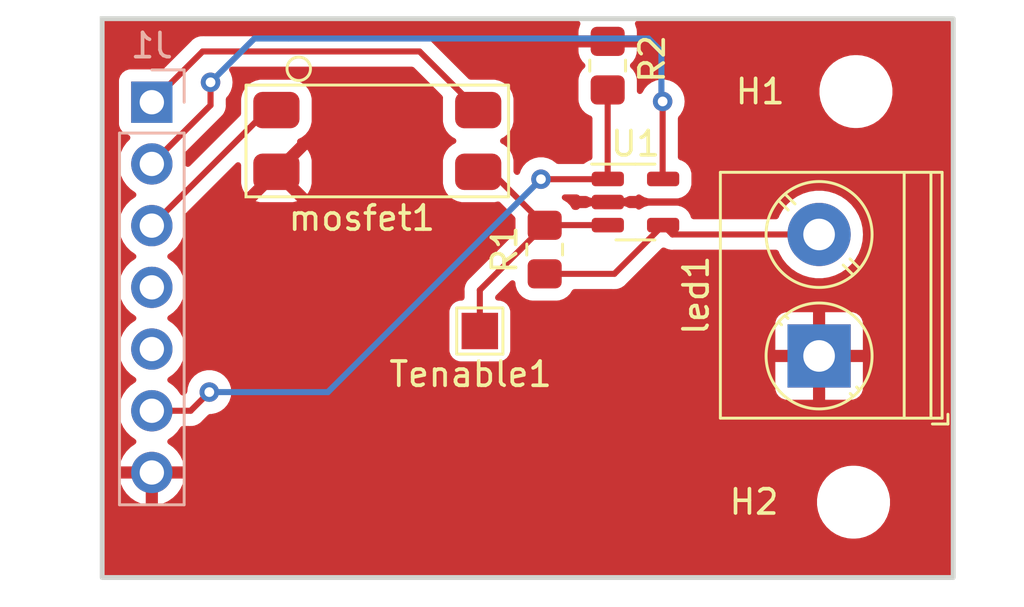
<source format=kicad_pcb>
(kicad_pcb (version 20221018) (generator pcbnew)
  (layers (0 "F.Cu" signal) (31 "B.Cu" signal) (34 "B.Paste" user) (35 "F.Paste" user) (36 "B.SilkS" user "B.Silkscreen") (37 "F.SilkS" user "F.Silkscreen") (38 "B.Mask" user) (39 "F.Mask" user) (44 "Edge.Cuts" user))
  (net 0 "")
  (net 1 "GND")
  (net 2 "/led+")
  (net 3 "/I{slash}0_{0}")
  (net 4 "/enable")
  (net 5 "+12V")
  (net 6 "/ad0")
  (net 7 "+3.3V")
  (footprint "own-footprints:AQY211EHAZ" (layer "F.Cu") (at 135.255 76.454 90)
    (fp_text reference "mosfet1" (at -3.175 -0.635 unlocked) (layer "F.SilkS"))
    (fp_text value "TLP222A")
    (fp_rect (start -2.3 -5.4) (end 2.3 5.4) (stroke (width 0.12)) (fill none) (layer "F.SilkS"))
    (fp_circle (center 2.97 -3.23) (end 2.66 -3.6) (stroke (width 0.12)) (fill none) (layer "F.SilkS"))
    (pad "1" smd roundrect (at 1.27 -4.150004 180) (size 1.9 1.5) (layers "F.Cu" "F.Paste" "F.Mask") (net 3 "/I{slash}0_{0}"))
    (pad "2" smd roundrect (at -1.27 -4.150004 180) (size 1.9 1.5) (layers "F.Cu" "F.Paste" "F.Mask") (net 1 "GND"))
    (pad "3" smd roundrect (at -1.27 4.149996 180) (size 1.9 1.5) (layers "F.Cu" "F.Paste" "F.Mask") (net 4 "/enable"))
    (pad "4" smd roundrect (at 1.27 4.149996 180) (size 1.9 1.5) (layers "F.Cu" "F.Paste" "F.Mask") (net 5 "+12V"))
  )
  (footprint "TestPoint:TestPoint_Pad_1.5x1.5mm" (layer "F.Cu") (at 139.4714 84.2772)
    (fp_text reference "Tenable1" (at -0.381 1.778) (layer "F.SilkS"))
    (fp_text value "enable")
    (fp_line (start -0.95 -0.95) (end 0.95 -0.95) (stroke (width 0.12)) (layer "F.SilkS"))
    (fp_line (start -0.95 0.95) (end -0.95 -0.95) (stroke (width 0.12)) (layer "F.SilkS"))
    (fp_line (start 0.95 -0.95) (end 0.95 0.95) (stroke (width 0.12)) (layer "F.SilkS"))
    (fp_line (start 0.95 0.95) (end -0.95 0.95) (stroke (width 0.12)) (layer "F.SilkS"))
    (pad "1" smd rect (at 0 0) (size 1.5 1.5) (layers "F.Cu" "F.Mask") (net 4 "/enable"))
  )
  (footprint "Package_TO_SOT_SMD:SOT-23-5" (layer "F.Cu") (at 145.8722 78.9686)
    (fp_text reference "U1" (at 0 -2.4) (layer "F.SilkS"))
    (fp_text value "INA169")
    (fp_line (start 0 -1.56) (end -1.8 -1.56) (stroke (width 0.12)) (layer "F.SilkS"))
    (fp_line (start 0 -1.56) (end 0.8 -1.56) (stroke (width 0.12)) (layer "F.SilkS"))
    (fp_line (start 0 1.56) (end -0.8 1.56) (stroke (width 0.12)) (layer "F.SilkS"))
    (fp_line (start 0 1.56) (end 0.8 1.56) (stroke (width 0.12)) (layer "F.SilkS"))
    (pad "1" smd roundrect (at -1.1375 -0.95) (size 1.325 0.6) (layers "F.Cu" "F.Paste" "F.Mask") (net 6 "/ad0"))
    (pad "2" smd roundrect (at -1.1375 0) (size 1.325 0.6) (layers "F.Cu" "F.Paste" "F.Mask") (net 1 "GND"))
    (pad "3" smd roundrect (at -1.1375 0.95) (size 1.325 0.6) (layers "F.Cu" "F.Paste" "F.Mask") (net 4 "/enable"))
    (pad "4" smd roundrect (at 1.1375 0.95) (size 1.325 0.6) (layers "F.Cu" "F.Paste" "F.Mask") (net 2 "/led+"))
    (pad "5" smd roundrect (at 1.1375 -0.95) (size 1.325 0.6) (layers "F.Cu" "F.Paste" "F.Mask") (net 7 "+3.3V"))
  )
  (footprint "Resistor_SMD:R_0805_2012Metric_Pad1.20x1.40mm_HandSolder" (layer "F.Cu") (at 144.7292 73.3552 -90)
    (fp_text reference "R2" (at -0.2794 -1.8288 90) (layer "F.SilkS"))
    (fp_text value "Rl")
    (fp_line (start -0.227064 -0.735) (end 0.227064 -0.735) (stroke (width 0.12)) (layer "F.SilkS"))
    (fp_line (start -0.227064 0.735) (end 0.227064 0.735) (stroke (width 0.12)) (layer "F.SilkS"))
    (pad "1" smd roundrect (at -1 0 270) (size 1.2 1.4) (layers "F.Cu" "F.Paste" "F.Mask") (roundrect_rratio 0.208333) (net 1 "GND"))
    (pad "2" smd roundrect (at 1 0 270) (size 1.2 1.4) (layers "F.Cu" "F.Paste" "F.Mask") (roundrect_rratio 0.208333) (net 6 "/ad0"))
  )
  (footprint "Resistor_SMD:R_0805_2012Metric_Pad1.20x1.40mm_HandSolder" (layer "F.Cu") (at 142.1384 80.9244 90)
    (fp_text reference "R1" (at 0 -1.65 90) (layer "F.SilkS"))
    (fp_text value "Rs")
    (fp_line (start -0.227064 -0.735) (end 0.227064 -0.735) (stroke (width 0.12)) (layer "F.SilkS"))
    (fp_line (start -0.227064 0.735) (end 0.227064 0.735) (stroke (width 0.12)) (layer "F.SilkS"))
    (pad "1" smd roundrect (at -1 0 90) (size 1.2 1.4) (layers "F.Cu" "F.Paste" "F.Mask") (roundrect_rratio 0.208333) (net 2 "/led+"))
    (pad "2" smd roundrect (at 1 0 90) (size 1.2 1.4) (layers "F.Cu" "F.Paste" "F.Mask") (roundrect_rratio 0.208333) (net 4 "/enable"))
  )
  (footprint "MountingHole:MountingHole_2.5mm" (layer "F.Cu") (at 154.84 91.322)
    (fp_text reference "H2" (at -4.091 -0.009) (layer "F.SilkS"))
    (fp_text value "MountingHole_Pad")
    (pad "" np_thru_hole circle (at 0 0) (size 2.5 2.5) (drill 2.5) (layers "*.Cu" "*.Mask"))
  )
  (footprint "MountingHole:MountingHole_2.5mm" (layer "F.Cu") (at 154.94 74.422)
    (fp_text reference "H1" (at -3.937 0) (layer "F.SilkS"))
    (fp_text value "MountingHole_Pad")
    (pad "" np_thru_hole circle (at 0 0) (size 2.5 2.5) (drill 2.5) (layers "*.Cu" "*.Mask"))
  )
  (footprint "TerminalBlock_Phoenix:TerminalBlock_Phoenix_PT-1,5-2-5.0-H_1x02_P5.00mm_Horizontal" (layer "F.Cu") (at 153.424 85.304 90)
    (fp_text reference "led1" (at 2.5 -5.06 90) (layer "F.SilkS"))
    (fp_text value "led")
    (fp_line (start -2.8 4.66) (end -2.8 5.3) (stroke (width 0.12)) (layer "F.SilkS"))
    (fp_line (start -2.8 5.3) (end -2.4 5.3) (stroke (width 0.12)) (layer "F.SilkS"))
    (fp_line (start -2.56 -4.06) (end -2.56 5.06) (stroke (width 0.12)) (layer "F.SilkS"))
    (fp_line (start -2.56 -4.06) (end 7.56 -4.06) (stroke (width 0.12)) (layer "F.SilkS"))
    (fp_line (start -2.56 3.5) (end 7.56 3.5) (stroke (width 0.12)) (layer "F.SilkS"))
    (fp_line (start -2.56 4.6) (end 7.56 4.6) (stroke (width 0.12)) (layer "F.SilkS"))
    (fp_line (start -2.56 5.06) (end 7.56 5.06) (stroke (width 0.12)) (layer "F.SilkS"))
    (fp_line (start -1.548 1.281) (end -1.654 1.388) (stroke (width 0.12)) (layer "F.SilkS"))
    (fp_line (start -1.282 1.547) (end -1.388 1.654) (stroke (width 0.12)) (layer "F.SilkS"))
    (fp_line (start 1.388 -1.654) (end 1.281 -1.547) (stroke (width 0.12)) (layer "F.SilkS"))
    (fp_line (start 1.654 -1.388) (end 1.547 -1.281) (stroke (width 0.12)) (layer "F.SilkS"))
    (fp_line (start 3.742 0.992) (end 3.347 1.388) (stroke (width 0.12)) (layer "F.SilkS"))
    (fp_line (start 3.993 1.274) (end 3.613 1.654) (stroke (width 0.12)) (layer "F.SilkS"))
    (fp_line (start 6.388 -1.654) (end 6.008 -1.274) (stroke (width 0.12)) (layer "F.SilkS"))
    (fp_line (start 6.654 -1.388) (end 6.259 -0.992) (stroke (width 0.12)) (layer "F.SilkS"))
    (fp_line (start 7.56 -4.06) (end 7.56 5.06) (stroke (width 0.12)) (layer "F.SilkS"))
    (fp_circle (center 0 0) (end 2.18 0) (stroke (width 0.12)) (fill none) (layer "F.SilkS"))
    (fp_circle (center 5 0) (end 7.18 0) (stroke (width 0.12)) (fill none) (layer "F.SilkS"))
    (pad "1" thru_hole rect (at 0 0 90) (size 2.6 2.6) (drill 1.3) (layers "*.Cu" "*.Mask") (net 1 "GND"))
    (pad "2" thru_hole circle (at 5 0 90) (size 2.6 2.6) (drill 1.3) (layers "*.Cu" "*.Mask") (net 2 "/led+"))
  )
  (footprint "Connector_PinHeader_2.54mm:PinHeader_1x07_P2.54mm_Vertical" (layer "B.Cu") (at 125.982 74.86 180)
    (fp_text reference "J1" (at 0 2.33) (layer "B.SilkS") (effects (justify mirror)))
    (fp_text value "Conn_01x07_Pin")
    (fp_line (start -1.33 -16.57) (end 1.33 -16.57) (stroke (width 0.12)) (layer "B.SilkS"))
    (fp_line (start -1.33 -1.27) (end -1.33 -16.57) (stroke (width 0.12)) (layer "B.SilkS"))
    (fp_line (start -1.33 -1.27) (end 1.33 -1.27) (stroke (width 0.12)) (layer "B.SilkS"))
    (fp_line (start -1.33 0) (end -1.33 1.33) (stroke (width 0.12)) (layer "B.SilkS"))
    (fp_line (start -1.33 1.33) (end 0 1.33) (stroke (width 0.12)) (layer "B.SilkS"))
    (fp_line (start 1.33 -1.27) (end 1.33 -16.57) (stroke (width 0.12)) (layer "B.SilkS"))
    (pad "1" thru_hole rect (at 0 0 180) (size 1.7 1.7) (drill 1) (layers "*.Cu" "*.Mask") (net 5 "+12V"))
    (pad "2" thru_hole oval (at 0 -2.54 180) (size 1.7 1.7) (drill 1) (layers "*.Cu" "*.Mask") (net 7 "+3.3V"))
    (pad "3" thru_hole oval (at 0 -5.08 180) (size 1.7 1.7) (drill 1) (layers "*.Cu" "*.Mask") (net 3 "/I{slash}0_{0}"))
    (pad "4" thru_hole oval (at 0 -7.62 180) (size 1.7 1.7) (drill 1) (layers "*.Cu" "*.Mask"))
    (pad "5" thru_hole oval (at 0 -10.16 180) (size 1.7 1.7) (drill 1) (layers "*.Cu" "*.Mask"))
    (pad "6" thru_hole oval (at 0 -12.7 180) (size 1.7 1.7) (drill 1) (layers "*.Cu" "*.Mask") (net 6 "/ad0"))
    (pad "7" thru_hole oval (at 0 -15.24 180) (size 1.7 1.7) (drill 1) (layers "*.Cu" "*.Mask") (net 1 "GND"))
  )
  (gr_rect (start 123.94 71.422) (end 158.94 94.422) (stroke (width 0.2)) (fill none) (layer "Edge.Cuts"))
  (segment (start 147.0097 79.9186) (end 147.3951 80.304) (width 0.25) (layer "F.Cu") (net 2))
  (segment (start 147.3951 80.304) (end 153.424 80.304) (width 0.25) (layer "F.Cu") (net 2))
  (segment (start 145.0039 81.9244) (end 147.0097 79.9186) (width 0.25) (layer "F.Cu") (net 2))
  (segment (start 142.1384 81.9244) (end 145.0039 81.9244) (width 0.25) (layer "F.Cu") (net 2))
  (segment (start 125.982 79.94) (end 130.738 75.184) (width 0.25) (layer "F.Cu") (net 3))
  (segment (start 130.738 75.184) (end 131.104996 75.184) (width 0.25) (layer "F.Cu") (net 3))
  (segment (start 139.938 77.724) (end 142.1384 79.9244) (width 0.25) (layer "F.Cu") (net 4))
  (segment (start 142.1384 79.9244) (end 139.4714 82.5914) (width 0.25) (layer "F.Cu") (net 4))
  (segment (start 139.4714 82.5914) (end 139.4714 84.2772) (width 0.25) (layer "F.Cu") (net 4))
  (segment (start 139.404996 77.724) (end 139.938 77.724) (width 0.25) (layer "F.Cu") (net 4))
  (segment (start 144.7347 79.9186) (end 142.1442 79.9186) (width 0.25) (layer "F.Cu") (net 4))
  (segment (start 142.1442 79.9186) (end 142.1384 79.9244) (width 0.25) (layer "F.Cu") (net 4))
  (segment (start 136.991996 72.771) (end 139.404996 75.184) (width 0.25) (layer "F.Cu") (net 5))
  (segment (start 125.982 74.86) (end 128.071 72.771) (width 0.25) (layer "F.Cu") (net 5))
  (segment (start 128.071 72.771) (end 136.991996 72.771) (width 0.25) (layer "F.Cu") (net 5))
  (segment (start 144.7292 78.0131) (end 144.7347 78.0186) (width 0.25) (layer "F.Cu") (net 6))
  (segment (start 144.7292 74.3552) (end 144.7292 78.0131) (width 0.25) (layer "F.Cu") (net 6))
  (segment (start 125.982 87.56) (end 127.578 87.56) (width 0.25) (layer "F.Cu") (net 6))
  (segment (start 127.578 87.56) (end 128.3462 86.7918) (width 0.25) (layer "F.Cu") (net 6))
  (segment (start 144.7245 78.0288) (end 144.7347 78.0186) (width 0.25) (layer "F.Cu") (net 6))
  (segment (start 141.986 78.0288) (end 144.7245 78.0288) (width 0.25) (layer "F.Cu") (net 6))
  (via (at 128.3462 86.7918) (size 0.8) (drill 0.4) (layers "F.Cu" "B.Cu") (net 6))
  (via (at 141.986 78.0288) (size 0.8) (drill 0.4) (layers "F.Cu" "B.Cu") (net 6))
  (segment (start 128.3462 86.7918) (end 133.223 86.7918) (width 0.25) (layer "B.Cu") (net 6))
  (segment (start 133.223 86.7918) (end 141.986 78.0288) (width 0.25) (layer "B.Cu") (net 6))
  (segment (start 146.9898 74.8284) (end 146.9898 77.9987) (width 0.25) (layer "F.Cu") (net 7))
  (segment (start 125.982 77.4) (end 128.397 74.985) (width 0.25) (layer "F.Cu") (net 7))
  (segment (start 146.9898 77.9987) (end 147.0097 78.0186) (width 0.25) (layer "F.Cu") (net 7))
  (segment (start 128.397 74.985) (end 128.397 74.041) (width 0.25) (layer "F.Cu") (net 7))
  (via (at 146.9898 74.8284) (size 0.8) (drill 0.4) (layers "F.Cu" "B.Cu") (net 7))
  (via (at 128.397 74.041) (size 0.8) (drill 0.4) (layers "F.Cu" "B.Cu") (net 7))
  (segment (start 146.939 72.771) (end 146.939 74.7776) (width 0.25) (layer "B.Cu") (net 7))
  (segment (start 146.4056 72.2376) (end 146.939 72.771) (width 0.25) (layer "B.Cu") (net 7))
  (segment (start 146.939 74.7776) (end 146.9898 74.8284) (width 0.25) (layer "B.Cu") (net 7))
  (segment (start 131.5974 72.2376) (end 146.4056 72.2376) (width 0.25) (layer "B.Cu") (net 7))
  (segment (start 130.2004 72.2376) (end 131.5974 72.2376) (width 0.25) (layer "B.Cu") (net 7))
  (segment (start 128.397 74.041) (end 130.2004 72.2376) (width 0.25) (layer "B.Cu") (net 7))
  (zone (net 1) (net_name "GND") (layer "F.Cu") (connect_pads (clearance 0.5)) (min_thickness 0.25) (fill yes (thermal_gap 0.5) (thermal_bridge_width 0.5))
    (polygon (pts (xy 158.877 71.501) (xy 123.952 71.501) (xy 123.952 94.488) (xy 158.877 94.488)))
  )
)
</source>
